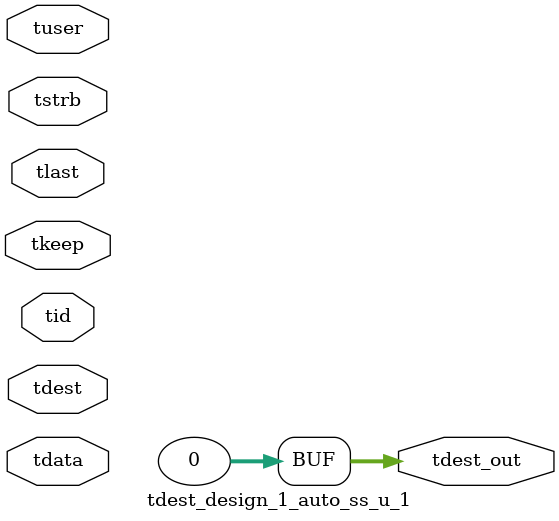
<source format=v>


`timescale 1ps/1ps

module tdest_design_1_auto_ss_u_1 #
(
parameter C_S_AXIS_TDATA_WIDTH = 32,
parameter C_S_AXIS_TUSER_WIDTH = 0,
parameter C_S_AXIS_TID_WIDTH   = 0,
parameter C_S_AXIS_TDEST_WIDTH = 0,
parameter C_M_AXIS_TDEST_WIDTH = 32
)
(
input  [(C_S_AXIS_TDATA_WIDTH == 0 ? 1 : C_S_AXIS_TDATA_WIDTH)-1:0     ] tdata,
input  [(C_S_AXIS_TUSER_WIDTH == 0 ? 1 : C_S_AXIS_TUSER_WIDTH)-1:0     ] tuser,
input  [(C_S_AXIS_TID_WIDTH   == 0 ? 1 : C_S_AXIS_TID_WIDTH)-1:0       ] tid,
input  [(C_S_AXIS_TDEST_WIDTH == 0 ? 1 : C_S_AXIS_TDEST_WIDTH)-1:0     ] tdest,
input  [(C_S_AXIS_TDATA_WIDTH/8)-1:0 ] tkeep,
input  [(C_S_AXIS_TDATA_WIDTH/8)-1:0 ] tstrb,
input                                                                    tlast,
output [C_M_AXIS_TDEST_WIDTH-1:0] tdest_out
);

assign tdest_out = {1'b0};

endmodule


</source>
